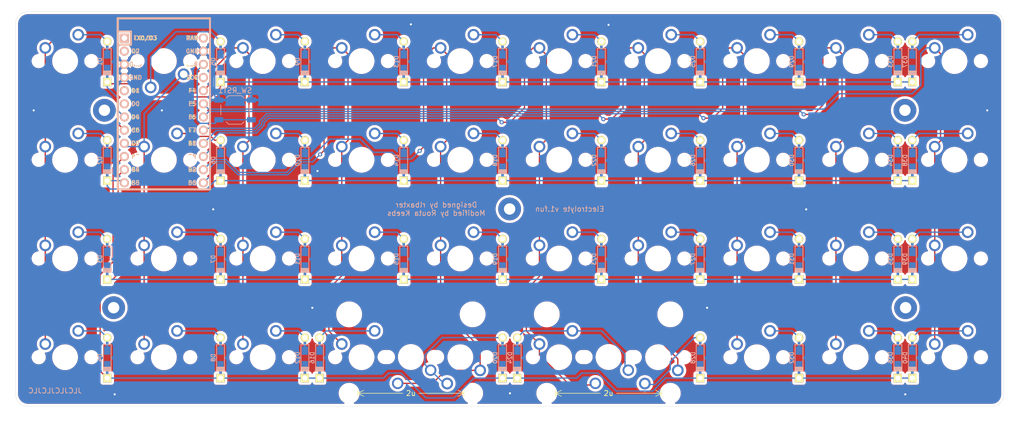
<source format=kicad_pcb>
(kicad_pcb (version 20211014) (generator pcbnew)
  (title_block (title "Electrolyte") (date "2023-02-08") (rev "v1.fun"))
  (layers (0 "F.Cu" signal) (31 "B.Cu" signal) (34 "B.Paste" user) (35 "F.Paste" user) (36 "B.SilkS" user "B.Silkscreen") (37 "F.SilkS" user "F.Silkscreen") (38 "B.Mask" user) (39 "F.Mask" user) (44 "Edge.Cuts" user))
  (net 0 "")
  (net 1 "ROW0")
  (net 2 "Net-(D1-Pad2)")
  (net 3 "ROW1")
  (net 4 "Net-(D2-Pad2)")
  (net 5 "ROW2")
  (net 6 "Net-(D3-Pad2)")
  (net 7 "ROW3")
  (net 8 "Net-(D4-Pad2)")
  (net 9 "Net-(D5-Pad2)")
  (net 10 "Net-(D6-Pad2)")
  (net 11 "Net-(D7-Pad2)")
  (net 12 "Net-(D8-Pad2)")
  (net 13 "Net-(D9-Pad2)")
  (net 14 "Net-(D10-Pad2)")
  (net 15 "Net-(D11-Pad2)")
  (net 16 "Net-(D12-Pad2)")
  (net 17 "Net-(D13-Pad2)")
  (net 18 "Net-(D14-Pad2)")
  (net 19 "Net-(D15-Pad2)")
  (net 20 "Net-(D16-Pad2)")
  (net 21 "Net-(D17-Pad2)")
  (net 22 "Net-(D18-Pad2)")
  (net 23 "Net-(D19-Pad2)")
  (net 24 "Net-(D20-Pad2)")
  (net 25 "Net-(D21-Pad2)")
  (net 26 "Net-(D22-Pad2)")
  (net 27 "Net-(D23-Pad2)")
  (net 28 "Net-(D25-Pad2)")
  (net 29 "Net-(D26-Pad2)")
  (net 30 "Net-(D27-Pad2)")
  (net 31 "Net-(D28-Pad2)")
  (net 32 "Net-(D29-Pad2)")
  (net 33 "Net-(D30-Pad2)")
  (net 34 "Net-(D31-Pad2)")
  (net 35 "Net-(D32-Pad2)")
  (net 36 "Net-(D33-Pad2)")
  (net 37 "Net-(D34-Pad2)")
  (net 38 "Net-(D35-Pad2)")
  (net 39 "Net-(D36-Pad2)")
  (net 40 "Net-(D37-Pad2)")
  (net 41 "Net-(D38-Pad2)")
  (net 42 "Net-(D39-Pad2)")
  (net 43 "Net-(D40-Pad2)")
  (net 44 "COL0")
  (net 45 "COL1")
  (net 46 "COL2")
  (net 47 "COL3")
  (net 48 "COL4")
  (net 49 "COL5")
  (net 50 "COL6")
  (net 51 "COL7")
  (net 52 "COL8")
  (net 53 "COL9")
  (net 60 "Net-(D24-Pad2)")
  (net 61 "RST")
  (net 62 "GND")
  (footprint "Keebio-Parts:Diode-Hybrid-Back" (layer "F.Cu") (at 34.06775 25.81275 -90)
    (fp_text reference "D1")
    (fp_text value "D_Small" hide)
  )
  (footprint "Keebio-Parts:Diode-Hybrid-Back" (layer "F.Cu") (at 34.06775 44.86275 -90)
    (fp_text reference "D2")
    (fp_text value "D_Small" hide)
  )
  (footprint "Keebio-Parts:Diode-Hybrid-Back" (layer "F.Cu") (at 34.06775 63.91275 -90)
    (fp_text reference "D3")
    (fp_text value "D_Small" hide)
  )
  (footprint "Keebio-Parts:Diode-Hybrid-Back" (layer "F.Cu") (at 34.06775 82.96275 -90)
    (fp_text reference "D4")
    (fp_text value "D_Small" hide)
  )
  (footprint "Keebio-Parts:Diode-Hybrid-Back" (layer "F.Cu") (at 55.91175 25.81275 -90)
    (fp_text reference "D5")
    (fp_text value "D_Small" hide)
  )
  (footprint "Keebio-Parts:Diode-Hybrid-Back" (layer "F.Cu") (at 55.91175 44.86275 -90)
    (fp_text reference "D6")
    (fp_text value "D_Small" hide)
  )
  (footprint "Keebio-Parts:Diode-Hybrid-Back" (layer "F.Cu") (at 55.91175 63.91275 -90)
    (fp_text reference "D7")
    (fp_text value "D_Small" hide)
  )
  (footprint "Keebio-Parts:Diode-Hybrid-Back" (layer "F.Cu") (at 55.91175 82.96275 -90)
    (fp_text reference "D8")
    (fp_text value "D_Small" hide)
  )
  (footprint "Keebio-Parts:Diode-Hybrid-Back" (layer "F.Cu") (at 72.16775 25.81275 -90)
    (fp_text reference "D9")
    (fp_text value "D_Small" hide)
  )
  (footprint "Keebio-Parts:Diode-Hybrid-Back" (layer "F.Cu") (at 72.16775 44.86275 -90)
    (fp_text reference "D10")
    (fp_text value "D_Small" hide)
  )
  (footprint "Keebio-Parts:Diode-Hybrid-Back" (layer "F.Cu") (at 72.16775 63.91275 -90)
    (fp_text reference "D11")
    (fp_text value "D_Small" hide)
  )
  (footprint "Keebio-Parts:Diode-Hybrid-Back" (layer "F.Cu") (at 72.16775 82.96275 -90)
    (fp_text reference "D12")
    (fp_text value "D_Small" hide)
  )
  (footprint "Keebio-Parts:Diode-Hybrid-Back" (layer "F.Cu") (at 91.21775 25.81275 -90)
    (fp_text reference "D13")
    (fp_text value "D_Small" hide)
  )
  (footprint "Keebio-Parts:Diode-Hybrid-Back" (layer "F.Cu") (at 91.21775 44.86275 -90)
    (fp_text reference "D14")
    (fp_text value "D_Small" hide)
  )
  (footprint "Keebio-Parts:Diode-Hybrid-Back" (layer "F.Cu") (at 91.21775 63.91275 -90)
    (fp_text reference "D15")
    (fp_text value "D_Small" hide)
  )
  (footprint "Keebio-Parts:Diode-Hybrid-Back" (layer "F.Cu") (at 75 82.96275 -90)
    (fp_text reference "D16")
    (fp_text value "D_Small" hide)
  )
  (footprint "Keebio-Parts:Diode-Hybrid-Back" (layer "F.Cu") (at 110.26775 25.81275 -90)
    (fp_text reference "D17")
    (fp_text value "D_Small" hide)
  )
  (footprint "Keebio-Parts:Diode-Hybrid-Back" (layer "F.Cu") (at 110.26775 44.86275 -90)
    (fp_text reference "D18")
    (fp_text value "D_Small" hide)
  )
  (footprint "Keebio-Parts:Diode-Hybrid-Back" (layer "F.Cu") (at 110.26775 63.91275 -90)
    (fp_text reference "D19")
    (fp_text value "D_Small" hide)
  )
  (footprint "Keebio-Parts:Diode-Hybrid-Back" (layer "F.Cu") (at 110.26775 82.96275 -90)
    (fp_text reference "D20")
    (fp_text value "D_Small" hide)
  )
  (footprint "Keebio-Parts:Diode-Hybrid-Back" (layer "F.Cu") (at 129.31775 25.81275 -90)
    (fp_text reference "D21")
    (fp_text value "D_Small" hide)
  )
  (footprint "Keebio-Parts:Diode-Hybrid-Back" (layer "F.Cu") (at 129.31775 44.86275 -90)
    (fp_text reference "D22")
    (fp_text value "D_Small" hide)
  )
  (footprint "Keebio-Parts:Diode-Hybrid-Back" (layer "F.Cu") (at 129.31775 63.91275 -90)
    (fp_text reference "D23")
    (fp_text value "D_Small" hide)
  )
  (footprint "Keebio-Parts:Diode-Hybrid-Back" (layer "F.Cu") (at 113.1 82.96275 -90)
    (fp_text reference "D24")
    (fp_text value "D_Small" hide)
  )
  (footprint "Keebio-Parts:Diode-Hybrid-Back" (layer "F.Cu") (at 148.36775 25.81275 -90)
    (fp_text reference "D25")
    (fp_text value "D_Small" hide)
  )
  (footprint "Keebio-Parts:Diode-Hybrid-Back" (layer "F.Cu") (at 148.36775 44.86275 -90)
    (fp_text reference "D26")
    (fp_text value "D_Small" hide)
  )
  (footprint "Keebio-Parts:Diode-Hybrid-Back" (layer "F.Cu") (at 148.36775 63.91275 -90)
    (fp_text reference "D27")
    (fp_text value "D_Small" hide)
  )
  (footprint "Keebio-Parts:Diode-Hybrid-Back" (layer "F.Cu") (at 148.36775 82.96275 -90)
    (fp_text reference "D28")
    (fp_text value "D_Small" hide)
  )
  (footprint "Keebio-Parts:Diode-Hybrid-Back" (layer "F.Cu") (at 167.41775 25.81275 -90)
    (fp_text reference "D29")
    (fp_text value "D_Small" hide)
  )
  (footprint "Keebio-Parts:Diode-Hybrid-Back" (layer "F.Cu") (at 167.41775 44.86275 -90)
    (fp_text reference "D30")
    (fp_text value "D_Small" hide)
  )
  (footprint "Keebio-Parts:Diode-Hybrid-Back" (layer "F.Cu") (at 167.41775 63.91275 -90)
    (fp_text reference "D31")
    (fp_text value "D_Small" hide)
  )
  (footprint "Keebio-Parts:Diode-Hybrid-Back" (layer "F.Cu") (at 167.41775 82.96275 -90)
    (fp_text reference "D32")
    (fp_text value "D_Small" hide)
  )
  (footprint "Keebio-Parts:Diode-Hybrid-Back" (layer "F.Cu") (at 186.46775 25.81275 -90)
    (fp_text reference "D33")
    (fp_text value "D_Small" hide)
  )
  (footprint "Keebio-Parts:Diode-Hybrid-Back" (layer "F.Cu") (at 186.46775 44.86275 -90)
    (fp_text reference "D34")
    (fp_text value "D_Small" hide)
  )
  (footprint "Keebio-Parts:Diode-Hybrid-Back" (layer "F.Cu") (at 186.46775 63.91275 -90)
    (fp_text reference "D35")
    (fp_text value "D_Small" hide)
  )
  (footprint "Keebio-Parts:Diode-Hybrid-Back" (layer "F.Cu") (at 186.46775 82.96275 -90)
    (fp_text reference "D36")
    (fp_text value "D_Small" hide)
  )
  (footprint "Keebio-Parts:Diode-Hybrid-Back" (layer "F.Cu") (at 189.26175 25.81275 -90)
    (fp_text reference "D37")
    (fp_text value "D_Small" hide)
  )
  (footprint "Keebio-Parts:Diode-Hybrid-Back" (layer "F.Cu") (at 189.26175 44.86275 -90)
    (fp_text reference "D38")
    (fp_text value "D_Small" hide)
  )
  (footprint "Keebio-Parts:Diode-Hybrid-Back" (layer "F.Cu") (at 189.26175 63.91275 -90)
    (fp_text reference "D39")
    (fp_text value "D_Small" hide)
  )
  (footprint "Keebio-Parts:Diode-Hybrid-Back" (layer "F.Cu") (at 189.26175 82.96275 -90)
    (fp_text reference "D40")
    (fp_text value "D_Small" hide)
  )
  (footprint "MX_Only:MXOnly-1U-NoLED" (layer "F.Cu") (at 25.93975 25.68575)
    (fp_text reference "MX1")
    (fp_text value "MX-NoLED")
  )
  (footprint "MX_Only:MXOnly-1U-NoLED" (layer "F.Cu") (at 25.93975 44.73575)
    (fp_text reference "MX2")
    (fp_text value "MX-NoLED")
  )
  (footprint "MX_Only:MXOnly-1U-NoLED" (layer "F.Cu") (at 25.93975 63.78575)
    (fp_text reference "MX3")
    (fp_text value "MX-NoLED")
  )
  (footprint "MX_Only:MXOnly-1U-NoLED" (layer "F.Cu") (at 25.93975 82.83575)
    (fp_text reference "MX4")
    (fp_text value "MX-NoLED")
  )
  (footprint "MX_Only:MXOnly-1U-NoLED" (layer "F.Cu") (at 44.98975 25.68575 180)
    (fp_text reference "MX5")
    (fp_text value "MX-NoLED")
  )
  (footprint "MX_Only:MXOnly-1U-NoLED" (layer "F.Cu") (at 44.98975 44.73575)
    (fp_text reference "MX6")
    (fp_text value "MX-NoLED")
  )
  (footprint "MX_Only:MXOnly-1U-NoLED" (layer "F.Cu") (at 44.98975 63.78575)
    (fp_text reference "MX7")
    (fp_text value "MX-NoLED")
  )
  (footprint "MX_Only:MXOnly-1U-NoLED" (layer "F.Cu") (at 44.98975 82.83575)
    (fp_text reference "MX8")
    (fp_text value "MX-NoLED")
  )
  (footprint "MX_Only:MXOnly-1U-NoLED" (layer "F.Cu") (at 64.03975 25.68575)
    (fp_text reference "MX9")
    (fp_text value "MX-NoLED")
  )
  (footprint "MX_Only:MXOnly-1U-NoLED" (layer "F.Cu") (at 64.03975 44.73575)
    (fp_text reference "MX10")
    (fp_text value "MX-NoLED")
  )
  (footprint "MX_Only:MXOnly-1U-NoLED" (layer "F.Cu") (at 64.03975 63.78575)
    (fp_text reference "MX11")
    (fp_text value "MX-NoLED")
  )
  (footprint "MX_Only:MXOnly-1U-NoLED" (layer "F.Cu") (at 64.03975 82.83575)
    (fp_text reference "MX12")
    (fp_text value "MX-NoLED")
  )
  (footprint "MX_Only:MXOnly-1U-NoLED" (layer "F.Cu") (at 83.08975 25.68575)
    (fp_text reference "MX13")
    (fp_text value "MX-NoLED")
  )
  (footprint "MX_Only:MXOnly-1U-NoLED" (layer "F.Cu") (at 83.08975 44.73575)
    (fp_text reference "MX14")
    (fp_text value "MX-NoLED")
  )
  (footprint "MX_Only:MXOnly-1U-NoLED" (layer "F.Cu") (at 83.08975 63.78575)
    (fp_text reference "MX15")
    (fp_text value "MX-NoLED")
  )
  (footprint "MX_Only:MXOnly-1U-NoLED" (layer "F.Cu") (at 83.08975 82.83575)
    (fp_text reference "MX16")
    (fp_text value "MX-NoLED")
  )
  (footprint "MX_Only:MXOnly-1U-NoLED" (layer "F.Cu") (at 102.13975 25.68575)
    (fp_text reference "MX17")
    (fp_text value "MX-NoLED")
  )
  (footprint "MX_Only:MXOnly-1U-NoLED" (layer "F.Cu") (at 102.13975 44.73575)
    (fp_text reference "MX18")
    (fp_text value "MX-NoLED")
  )
  (footprint "MX_Only:MXOnly-1U-NoLED" (layer "F.Cu") (at 102.13975 63.78575)
    (fp_text reference "MX19")
    (fp_text value "MX-NoLED")
  )
  (footprint "MX_Only:MXOnly-1U-NoLED" (layer "F.Cu") (at 102.13975 82.83575 180)
    (fp_text reference "MX20")
    (fp_text value "MX-NoLED")
  )
  (footprint "MX_Only:MXOnly-1U-NoLED" (layer "F.Cu") (at 121.18975 25.68575)
    (fp_text reference "MX21")
    (fp_text value "MX-NoLED")
  )
  (footprint "MX_Only:MXOnly-1U-NoLED" (layer "F.Cu") (at 121.18975 44.73575)
    (fp_text reference "MX22")
    (fp_text value "MX-NoLED")
  )
  (footprint "MX_Only:MXOnly-1U-NoLED" (layer "F.Cu") (at 121.18975 63.78575)
    (fp_text reference "MX23")
    (fp_text value "MX-NoLED")
  )
  (footprint "MX_Only:MXOnly-1U-NoLED" (layer "F.Cu") (at 121.18975 82.83575)
    (fp_text reference "MX24")
    (fp_text value "MX-NoLED")
  )
  (footprint "MX_Only:MXOnly-1U-NoLED" (layer "F.Cu") (at 140.23975 25.68575)
    (fp_text reference "MX25")
    (fp_text value "MX-NoLED")
  )
  (footprint "MX_Only:MXOnly-1U-NoLED" (layer "F.Cu") (at 140.23975 44.73575)
    (fp_text reference "MX26")
    (fp_text value "MX-NoLED")
  )
  (footprint "MX_Only:MXOnly-1U-NoLED" (layer "F.Cu") (at 140.23975 63.78575)
    (fp_text reference "MX27")
    (fp_text value "MX-NoLED")
  )
  (footprint "MX_Only:MXOnly-1U-NoLED" (layer "F.Cu") (at 140.23975 82.83575 180)
    (fp_text reference "MX28")
    (fp_text value "MX-NoLED")
  )
  (footprint "MX_Only:MXOnly-1U-NoLED" (layer "F.Cu") (at 159.28975 25.68575)
    (fp_text reference "MX29")
    (fp_text value "MX-NoLED")
  )
  (footprint "MX_Only:MXOnly-1U-NoLED" (layer "F.Cu") (at 159.28975 44.73575)
    (fp_text reference "MX30")
    (fp_text value "MX-NoLED")
  )
  (footprint "MX_Only:MXOnly-1U-NoLED" (layer "F.Cu") (at 159.28975 63.78575)
    (fp_text reference "MX31")
    (fp_text value "MX-NoLED")
  )
  (footprint "MX_Only:MXOnly-1U-NoLED" (layer "F.Cu") (at 159.28975 82.83575)
    (fp_text reference "MX32")
    (fp_text value "MX-NoLED")
  )
  (footprint "MX_Only:MXOnly-1U-NoLED" (layer "F.Cu") (at 178.33975 25.68575)
    (fp_text reference "MX33")
    (fp_text value "MX-NoLED")
  )
  (footprint "MX_Only:MXOnly-1U-NoLED" (layer "F.Cu") (at 178.33975 44.73575)
    (fp_text reference "MX34")
    (fp_text value "MX-NoLED")
  )
  (footprint "MX_Only:MXOnly-1U-NoLED" (layer "F.Cu") (at 178.33975 63.78575)
    (fp_text reference "MX35")
    (fp_text value "MX-NoLED")
  )
  (footprint "MX_Only:MXOnly-1U-NoLED" (layer "F.Cu") (at 178.33975 82.83575)
    (fp_text reference "MX36")
    (fp_text value "MX-NoLED")
  )
  (footprint "MX_Only:MXOnly-1U-NoLED" (layer "F.Cu") (at 197.38975 25.68575)
    (fp_text reference "MX37")
    (fp_text value "MX-NoLED")
  )
  (footprint "MX_Only:MXOnly-1U-NoLED" (layer "F.Cu") (at 197.38975 44.73575)
    (fp_text reference "MX38")
    (fp_text value "MX-NoLED")
  )
  (footprint "MX_Only:MXOnly-1U-NoLED" (layer "F.Cu") (at 197.38975 63.78575)
    (fp_text reference "MX39")
    (fp_text value "MX-NoLED")
  )
  (footprint "MX_Only:MXOnly-1U-NoLED" (layer "F.Cu") (at 197.38975 82.83575)
    (fp_text reference "MX40")
    (fp_text value "MX-NoLED")
  )
  (footprint "Keebio-Parts:ArduinoProMicro" (layer "F.Cu") (at 44.98975 35.21075 -90)
    (fp_text reference "U1" hide)
    (fp_text value "ProMicro" hide)
  )
  (footprint "MountingHole:MountingHole_2.2mm_M2_Pad" (layer "F.Cu") (at 33.528 35.179)
    (fp_text reference "x_x" hide)
    (fp_text value "MountingHole_2.2mm_M2_Pad")
  )
  (footprint "MountingHole:MountingHole_2.2mm_M2_Pad" (layer "F.Cu") (at 35.306 73.279)
    (fp_text reference "REF**" hide)
    (fp_text value "MountingHole_2.2mm_M2_Pad")
  )
  (footprint "MountingHole:MountingHole_2.2mm_M2_Pad" (layer "F.Cu") (at 187.96 73.279)
    (fp_text reference "REF**" hide)
    (fp_text value "MountingHole_2.2mm_M2_Pad")
  )
  (footprint "MountingHole:MountingHole_2.2mm_M2_Pad" (layer "F.Cu") (at 111.633 54.229)
    (fp_text reference "REF**" hide)
    (fp_text value "MountingHole_2.2mm_M2_Pad")
  )
  (footprint "MountingHole:MountingHole_2.2mm_M2_Pad" (layer "F.Cu") (at 187.833 35.179)
    (fp_text reference "REF**" hide)
    (fp_text value "MountingHole_2.2mm_M2_Pad")
  )
  (footprint "Button_Switch_Keyboard:SW_Cherry_MX_2.00u_PCB" (layer "F.Cu") (at 90.06 87.88 180)
    (fp_text reference "MX16_2" hide)
    (fp_text value "MX-NoLED")
  )
  (footprint "Button_Switch_Keyboard:SW_Cherry_MX_2.00u_PCB" (layer "F.Cu") (at 128.16 87.88 180)
    (fp_text reference "MX28_2" hide)
    (fp_text value "MX-NoLED")
  )
  (footprint "Button_Switch_SMD:SW_SPST_TL3342" (layer "B.Cu") (at 58.715 35.111 180)
    (fp_text reference "SW_RST1")
    (fp_text value "SW_Push")
  )
  (gr_line (start 16.383 18.542) (end 16.383 89.916) (layer "Edge.Cuts") (width 0.05))
  (gr_line (start 18.796 92.329) (end 204.597 92.329) (layer "Edge.Cuts") (width 0.05))
  (gr_line (start 206.883 90.043) (end 206.883 18.415) (layer "Edge.Cuts") (width 0.05))
  (gr_line (start 204.597 16.129) (end 18.796 16.129) (layer "Edge.Cuts") (width 0.05))
  (gr_arc (start 16.383 18.542) (mid 17.089751 16.835751) (end 18.796 16.129) (layer "Edge.Cuts") (width 0.05))
  (gr_arc (start 204.597 16.129) (mid 206.213446 16.798554) (end 206.883 18.415) (layer "Edge.Cuts") (width 0.05))
  (gr_arc (start 206.883 90.043) (mid 206.213446 91.659446) (end 204.597 92.329) (layer "Edge.Cuts") (width 0.05))
  (gr_arc (start 18.796 92.329) (mid 17.089751 91.622249) (end 16.383 89.916) (layer "Edge.Cuts") (width 0.05))
  (gr_text "Designed by rlbaxter\nModified by Routa Keebs" (at 97.5 54.229) (layer "B.SilkS") (effects (font (size 1 1)) (justify mirror)))
  (gr_text "JLCJLCJLCJLC" (at 24 89.3) (layer "B.SilkS") (effects (font (size 1 1)) (justify mirror)))
  (gr_text "Electrolyte v1.fun" (at 123.2 54.229) (layer "B.SilkS") (effects (font (size 1 1)) (justify mirror)))
  (dimension (type aligned) (layer "F.SilkS") (pts (xy 82.4 90.9) (xy 102.8 90.9)) (height -1.1) (gr_text "2u" (at 92.6 89.8) (layer "F.SilkS") (effects (font (size 1 1) (thickness 0.15)))) (format (units 3) (units_format 0) (precision 4) (override_value "2u")) (style (thickness 0.12) (arrow_length 1.27) (text_position_mode 1) (extension_height 0.58642) (extension_offset 0.5) keep_text_aligned))
  (dimension (type aligned) (layer "F.SilkS") (pts (xy 120.5 90.9) (xy 140.9 90.9)) (height -1.1) (gr_text "2u" (at 130.7 89.8) (layer "F.SilkS") (effects (font (size 1 1) (thickness 0.15)))) (format (units 3) (units_format 0) (precision 4) (override_value "2u")) (style (thickness 0.12) (arrow_length 1.27) (text_position_mode 1) (extension_height 0.58642) (extension_offset 0.5) keep_text_aligned))
  (segment (start 55.91175 30.76275) (end 55.91175 29.71275) (width 0.25) (layer "F.Cu") (net 1))
  (segment (start 54.072939 32.601561) (end 55.91175 30.76275) (width 0.25) (layer "F.Cu") (net 1))
  (segment (start 38.761561 30.061561) (end 41.301561 32.601561) (width 0.25) (layer "F.Cu") (net 1))
  (segment (start 41.301561 32.601561) (end 54.072939 32.601561) (width 0.25) (layer "F.Cu") (net 1))
  (segment (start 34.06775 29.71275) (end 34.416561 30.061561) (width 0.25) (layer "F.Cu") (net 1))
  (segment (start 34.416561 30.061561) (end 38.761561 30.061561) (width 0.25) (layer "F.Cu") (net 1))
  (segment (start 55.91175 29.71275) (end 56.96175 29.71275) (width 0.25) (layer "B.Cu") (net 1))
  (segment (start 34.06775 29.71275) (end 34.06775 30.76275) (width 0.25) (layer "B.Cu") (net 1))
  (segment (start 36.168449 35.279449) (end 36.493451 35.604451) (width 0.25) (layer "B.Cu") (net 1))
  (segment (start 36.493451 35.604451) (end 37.36975 36.48075) (width 0.25) (layer "B.Cu") (net 1))
  (segment (start 56.96175 29.71275) (end 189.26175 29.71275) (width 0.25) (layer "B.Cu") (net 1))
  (segment (start 34.06775 30.76275) (end 36.168449 32.863449) (width 0.25) (layer "B.Cu") (net 1))
  (segment (start 36.168449 32.863449) (end 36.168449 35.279449) (width 0.25) (layer "B.Cu") (net 1))
  (segment (start 32.76075 20.60575) (end 33.267751 21.112751) (width 0.25) (layer "B.Cu") (net 2))
  (segment (start 28.47975 20.60575) (end 32.76075 20.60575) (width 0.25) (layer "B.Cu") (net 2))
  (segment (start 33.267751 21.112751) (end 34.06775 21.91275) (width 0.25) (layer "B.Cu") (net 2))
  (segment (start 36.95175 48.76275) (end 37.36975 49.18075) (width 0.25) (layer "B.Cu") (net 3))
  (segment (start 110.26775 48.76275) (end 129.31775 48.76275) (width 0.25) (layer "B.Cu") (net 3))
  (segment (start 91.21775 48.76275) (end 110.26775 48.76275) (width 0.25) (layer "B.Cu") (net 3))
  (segment (start 53.242449 50.382051) (end 54.86175 48.76275) (width 0.25) (layer "B.Cu") (net 3))
  (segment (start 34.06775 48.76275) (end 36.95175 48.76275) (width 0.25) (layer "B.Cu") (net 3))
  (segment (start 34.637051 50.382051) (end 53.242449 50.382051) (width 0.25) (layer "B.Cu") (net 3))
  (segment (start 34.06775 48.76275) (end 34.06775 49.81275) (width 0.25) (layer "B.Cu") (net 3))
  (segment (start 129.31775 48.76275) (end 189.26175 48.76275) (width 0.25) (layer "B.Cu") (net 3))
  (segment (start 55.91175 48.76275) (end 72.16775 48.76275) (width 0.25) (layer "B.Cu") (net 3))
  (segment (start 34.06775 49.81275) (end 34.637051 50.382051) (width 0.25) (layer "B.Cu") (net 3))
  (segment (start 54.86175 48.76275) (end 55.91175 48.76275) (width 0.25) (layer "B.Cu") (net 3))
  (segment (start 72.16775 48.76275) (end 91.21775 48.76275) (width 0.25) (layer "B.Cu") (net 3))
  (segment (start 32.76075 39.65575) (end 34.06775 40.96275) (width 0.25) (layer "B.Cu") (net 4))
  (segment (start 28.47975 39.65575) (end 32.76075 39.65575) (width 0.25) (layer "B.Cu") (net 4))
  (segment (start 35.11775 67.81275) (end 36.168449 66.762051) (width 0.25) (layer "F.Cu") (net 5))
  (segment (start 34.06775 67.81275) (end 35.11775 67.81275) (width 0.25) (layer "F.Cu") (net 5))
  (segment (start 36.168449 66.762051) (end 36.168449 47.842051) (width 0.25) (layer "F.Cu") (net 5))
  (segment (start 36.493451 47.517049) (end 37.36975 46.64075) (width 0.25) (layer "F.Cu") (net 5))
  (segment (start 36.168449 47.842051) (end 36.493451 47.517049) (width 0.25) (layer "F.Cu") (net 5))
  (segment (start 34.06775 67.81275) (end 189.26175 67.81275) (width 0.25) (layer "B.Cu") (net 5))
  (segment (start 32.76075 58.70575) (end 34.06775 60.01275) (width 0.25) (layer "B.Cu") (net 6))
  (segment (start 28.47975 58.70575) (end 32.76075 58.70575) (width 0.25) (layer "B.Cu") (net 6))
  (segment (start 35.192261 46.278239) (end 35.192261 64.439217) (width 0.25) (layer "F.Cu") (net 7))
  (segment (start 32.7 85.495) (end 34.06775 86.86275) (width 0.25) (layer "F.Cu") (net 7))
  (segment (start 35.192261 64.439217) (end 32.7 66.931478) (width 0.25) (layer "F.Cu") (net 7))
  (segment (start 32.7 66.931478) (end 32.7 85.495) (width 0.25) (layer "F.Cu") (net 7))
  (segment (start 37.36975 44.10075) (end 35.192261 46.278239) (width 0.25) (layer "F.Cu") (net 7))
  (segment (start 124.56275 86.86275) (end 125.5255 85.9) (width 0.25) (layer "B.Cu") (net 7))
  (segment (start 90.7 85.9) (end 95.5 90.7) (width 0.25) (layer "B.Cu") (net 7))
  (segment (start 110.26775 86.86275) (end 113.1 86.86275) (width 0.25) (layer "B.Cu") (net 7))
  (segment (start 75 86.86275) (end 87.33725 86.86275) (width 0.25) (layer "B.Cu") (net 7))
  (segment (start 128.7 85.9) (end 132.165261 89.365261) (width 0.25) (layer "B.Cu") (net 7))
  (segment (start 34.06775 86.86275) (end 35.11775 86.86275) (width 0.25) (layer "B.Cu") (net 7))
  (segment (start 100.913672 90.7) (end 104.750921 86.86275) (width 0.25) (layer "B.Cu") (net 7))
  (segment (start 125.5255 85.9) (end 128.7 85.9) (width 0.25) (layer "B.Cu") (net 7))
  (segment (start 113.1 86.86275) (end 124.56275 86.86275) (width 0.25) (layer "B.Cu") (net 7))
  (segment (start 87.33725 86.86275) (end 88.3 85.9) (width 0.25) (layer "B.Cu") (net 7))
  (segment (start 95.5 90.7) (end 100.913672 90.7) (width 0.25) (layer "B.Cu") (net 7))
  (segment (start 139.234739 89.365261) (end 141.73725 86.86275) (width 0.25) (layer "B.Cu") (net 7))
  (segment (start 141.73725 86.86275) (end 148.36775 86.86275) (width 0.25) (layer "B.Cu") (net 7))
  (segment (start 72.16775 86.86275) (end 75 86.86275) (width 0.25) (layer "B.Cu") (net 7))
  (segment (start 132.165261 89.365261) (end 139.234739 89.365261) (width 0.25) (layer "B.Cu") (net 7))
  (segment (start 35.11775 86.86275) (end 55.91175 86.86275) (width 0.25) (layer "B.Cu") (net 7))
  (segment (start 56.96175 86.86275) (end 72.16775 86.86275) (width 0.25) (layer "B.Cu") (net 7))
  (segment (start 55.91175 86.86275) (end 56.96175 86.86275) (width 0.25) (layer "B.Cu") (net 7))
  (segment (start 148.36775 86.86275) (end 189.26175 86.86275) (width 0.25) (layer "B.Cu") (net 7))
  (segment (start 88.3 85.9) (end 90.7 85.9) (width 0.25) (layer "B.Cu") (net 7))
  (segment (start 104.750921 86.86275) (end 110.26775 86.86275) (width 0.25) (layer "B.Cu") (net 7))
  (segment (start 32.76075 77.75575) (end 34.06775 79.06275) (width 0.25) (layer "B.Cu") (net 8))
  (segment (start 28.47975 77.75575) (end 32.76075 77.75575) (width 0.25) (layer "B.Cu") (net 8))
  (segment (start 47.286107 20.039939) (end 54.038939 20.039939) (width 0.25) (layer "B.Cu") (net 9))
  (segment (start 42.44975 24.876296) (end 47.286107 20.039939) (width 0.25) (layer "B.Cu") (net 9))
  (segment (start 54.038939 20.039939) (end 55.91175 21.91275) (width 0.25) (layer "B.Cu") (net 9))
  (segment (start 42.44975 30.76575) (end 42.44975 24.876296) (width 0.25) (layer "B.Cu") (net 9))
  (segment (start 54.039681 40.222051) (end 49.687041 40.222051) (width 0.25) (layer "F.Cu") (net 10))
  (segment (start 49.687041 40.222051) (end 49.12074 39.65575) (width 0.25) (layer "F.Cu") (net 10))
  (segment (start 49.12074 39.65575) (end 47.52975 39.65575) (width 0.25) (layer "F.Cu") (net 10))
  (segment (start 54.78038 40.96275) (end 54.039681 40.222051) (width 0.25) (layer "F.Cu") (net 10))
  (segment (start 55.91175 40.96275) (end 54.78038 40.96275) (width 0.25) (layer "F.Cu") (net 10))
  (segment (start 47.52975 58.70575) (end 54.60475 58.70575) (width 0.25) (layer "B.Cu") (net 11))
  (segment (start 54.60475 58.70575) (end 55.91175 60.01275) (width 0.25) (layer "B.Cu") (net 11))
  (segment (start 47.52975 77.75575) (end 54.60475 77.75575) (width 0.25) (layer "B.Cu") (net 12))
  (segment (start 54.60475 77.75575) (end 55.91175 79.06275) (width 0.25) (layer "B.Cu") (net 12))
  (segment (start 70.86075 20.60575) (end 72.16775 21.91275) (width 0.25) (layer "B.Cu") (net 13))
  (segment (start 66.57975 20.60575) (end 70.86075 20.60575) (width 0.25) (layer "B.Cu") (net 13))
  (segment (start 70.86075 39.65575) (end 72.16775 40.96275) (width 0.25) (layer "B.Cu") (net 14))
  (segment (start 66.57975 39.65575) (end 70.86075 39.65575) (width 0.25) (layer "B.Cu") (net 14))
  (segment (start 66.57975 58.70575) (end 70.86075 58.70575) (width 0.25) (layer "B.Cu") (net 15))
  (segment (start 70.86075 58.70575) (end 72.16775 60.01275) (width 0.25) (layer "B.Cu") (net 15))
  (segment (start 70.86075 77.75575) (end 72.16775 79.06275) (width 0.25) (layer "B.Cu") (net 16))
  (segment (start 66.57975 77.75575) (end 70.86075 77.75575) (width 0.25) (layer "B.Cu") (net 16))
  (segment (start 85.62975 20.60575) (end 89.91075 20.60575) (width 0.25) (layer "B.Cu") (net 17))
  (segment (start 89.91075 20.60575) (end 91.21775 21.91275) (width 0.25) (layer "B.Cu") (net 17))
  (segment (start 89.91075 39.65575) (end 91.21775 40.96275) (width 0.25) (layer "B.Cu") (net 18))
  (segment (start 85.62975 39.65575) (end 89.91075 39.65575) (width 0.25) (layer "B.Cu") (net 18))
  (segment (start 89.91075 58.70575) (end 91.21775 60.01275) (width 0.25) (layer "B.Cu") (net 19))
  (segment (start 85.62975 58.70575) (end 89.91075 58.70575) (width 0.25) (layer "B.Cu") (net 19))
  (segment (start 85.62975 77.75575) (end 76.307 77.75575) (width 0.25) (layer "B.Cu") (net 20))
  (segment (start 76.307 77.75575) (end 75 79.06275) (width 0.25) (layer "B.Cu") (net 20))
  (segment (start 108.96075 20.60575) (end 110.26775 21.91275) (width 0.25) (layer "B.Cu") (net 21))
  (segment (start 104.67975 20.60575) (end 108.96075 20.60575) (width 0.25) (layer "B.Cu") (net 21))
  (segment (start 108.96075 39.65575) (end 110.26775 40.96275) (width 0.25) (layer "B.Cu") (net 22))
  (segment (start 104.67975 39.65575) (end 108.96075 39.65575) (width 0.25) (layer "B.Cu") (net 22))
  (segment (start 108.96075 58.70575) (end 110.26775 60.01275) (width 0.25) (layer "B.Cu") (net 23))
  (segment (start 104.67975 58.70575) (end 108.96075 58.70575) (width 0.25) (layer "B.Cu") (net 23))
  (segment (start 95.310001 84.240001) (end 96.41 85.34) (width 0.25) (layer "B.Cu") (net 24))
  (segment (start 98.63725 79.06275) (end 95.310001 82.389999) (width 0.25) (layer "B.Cu") (net 24))
  (segment (start 98.98575 87.91575) (end 99.59975 87.91575) (width 0.25) (layer "B.Cu") (net 24))
  (segment (start 110.26775 79.06275) (end 98.63725 79.06275) (width 0.25) (layer "B.Cu") (net 24))
  (segment (start 95.310001 82.389999) (end 95.310001 84.240001) (width 0.25) (layer "B.Cu") (net 24))
  (segment (start 96.41 85.34) (end 98.98575 87.91575) (width 0.25) (layer "B.Cu") (net 24))
  (segment (start 123.72975 20.60575) (end 128.01075 20.60575) (width 0.25) (layer "B.Cu") (net 25))
  (segment (start 128.01075 20.60575) (end 129.31775 21.91275) (width 0.25) (layer "B.Cu") (net 25))
  (segment (start 123.72975 39.65575) (end 128.01075 39.65575) (width 0.25) (layer "B.Cu") (net 26))
  (segment (start 128.01075 39.65575) (end 129.31775 40.96275) (width 0.25) (layer "B.Cu") (net 26))
  (segment (start 128.01075 58.70575) (end 129.31775 60.01275) (width 0.25) (layer "B.Cu") (net 27))
  (segment (start 123.72975 58.70575) (end 128.01075 58.70575) (width 0.25) (layer "B.Cu") (net 27))
  (segment (start 147.06075 20.60575) (end 148.36775 21.91275) (width 0.25) (layer "B.Cu") (net 28))
  (segment (start 142.77975 20.60575) (end 147.06075 20.60575) (width 0.25) (layer "B.Cu") (net 28))
  (segment (start 147.06075 39.65575) (end 148.36775 40.96275) (width 0.25) (layer "B.Cu") (net 29))
  (segment (start 142.77975 39.65575) (end 147.06075 39.65575) (width 0.25) (layer "B.Cu") (net 29))
  (segment (start 147.06075 58.70575) (end 148.36775 60.01275) (width 0.25) (layer "B.Cu") (net 30))
  (segment (start 142.77975 58.70575) (end 147.06075 58.70575) (width 0.25) (layer "B.Cu") (net 30))
  (segment (start 142.608171 83.690959) (end 142.608171 85.191829) (width 0.25) (layer "B.Cu") (net 31))
  (segment (start 137.884 88.1) (end 137.69975 87.91575) (width 0.25) (layer "B.Cu") (net 31))
  (segment (start 148.36775 79.06275) (end 147.23638 79.06275) (width 0.25) (layer "B.Cu") (net 31))
  (segment (start 147.23638 79.06275) (end 142.608171 83.690959) (width 0.25) (layer "B.Cu") (net 31))
  (segment (start 139.7 88.1) (end 137.884 88.1) (width 0.25) (layer "B.Cu") (net 31))
  (segment (start 142.608171 85.191829) (end 139.7 88.1) (width 0.25) (layer "B.Cu") (net 31))
  (segment (start 161.82975 20.60575) (end 166.11075 20.60575) (width 0.25) (layer "B.Cu") (net 32))
  (segment (start 166.11075 20.60575) (end 167.41775 21.91275) (width 0.25) (layer "B.Cu") (net 32))
  (segment (start 166.11075 39.65575) (end 167.41775 40.96275) (width 0.25) (layer "B.Cu") (net 33))
  (segment (start 161.82975 39.65575) (end 166.11075 39.65575) (width 0.25) (layer "B.Cu") (net 33))
  (segment (start 161.82975 58.70575) (end 166.11075 58.70575) (width 0.25) (layer "B.Cu") (net 34))
  (segment (start 166.11075 58.70575) (end 167.41775 60.01275) (width 0.25) (layer "B.Cu") (net 34))
  (segment (start 166.11075 77.75575) (end 166.617751 78.262751) (width 0.25) (layer "B.Cu") (net 35))
  (segment (start 166.617751 78.262751) (end 167.41775 79.06275) (width 0.25) (layer "B.Cu") (net 35))
  (segment (start 161.82975 77.75575) (end 166.11075 77.75575) (width 0.25) (layer "B.Cu") (net 35))
  (segment (start 185.16075 20.60575) (end 186.46775 21.91275) (width 0.25) (layer "B.Cu") (net 36))
  (segment (start 180.87975 20.60575) (end 185.16075 20.60575) (width 0.25) (layer "B.Cu") (net 36))
  (segment (start 185.16075 39.65575) (end 186.46775 40.96275) (width 0.25) (layer "B.Cu") (net 37))
  (segment (start 180.87975 39.65575) (end 185.16075 39.65575) (width 0.25) (layer "B.Cu") (net 37))
  (segment (start 185.16075 58.70575) (end 186.46775 60.01275) (width 0.25) (layer "B.Cu") (net 38))
  (segment (start 180.87975 58.70575) (end 185.16075 58.70575) (width 0.25) (layer "B.Cu") (net 38))
  (segment (start 180.87975 77.75575) (end 185.16075 77.75575) (width 0.25) (layer "B.Cu") (net 39))
  (segment (start 185.16075 77.75575) (end 186.46775 79.06275) (width 0.25) (layer "B.Cu") (net 39))
  (segment (start 190.56875 20.60575) (end 189.26175 21.91275) (width 0.25) (layer "B.Cu") (net 40))
  (segment (start 199.92975 20.60575) (end 190.56875 20.60575) (width 0.25) (layer "B.Cu") (net 40))
  (segment (start 199.92975 39.65575) (end 190.56875 39.65575) (width 0.25) (layer "B.Cu") (net 41))
  (segment (start 190.56875 39.65575) (end 189.26175 40.96275) (width 0.25) (layer "B.Cu") (net 41))
  (segment (start 199.92975 58.70575) (end 190.56875 58.70575) (width 0.25) (layer "B.Cu") (net 42))
  (segment (start 190.56875 58.70575) (end 189.26175 60.01275) (width 0.25) (layer "B.Cu") (net 42))
  (segment (start 190.56875 77.75575) (end 189.26175 79.06275) (width 0.25) (layer "B.Cu") (net 43))
  (segment (start 199.92975 77.75575) (end 190.56875 77.75575) (width 0.25) (layer "B.Cu") (net 43))
  (segment (start 29 24.2) (end 29 34.6) (width 0.25) (layer "F.Cu") (net 44))
  (segment (start 36.49345 38.14445) (end 32.54445 38.14445) (width 0.25) (layer "F.Cu") (net 44))
  (segment (start 29 34.6) (end 32.54445 38.14445) (width 0.25) (layer "F.Cu") (net 44))
  (segment (start 23.4755 21.8) (end 26.6 21.8) (width 0.25) (layer "F.Cu") (net 44))
  (segment (start 22.12975 23.14575) (end 22.12975 64.291752) (width 0.25) (layer "F.Cu") (net 44))
  (segment (start 37.36975 39.02075) (end 36.49345 38.14445) (width 0.25) (layer "F.Cu") (net 44))
  (segment (start 22.12975 64.291752) (end 22.12975 80.29575) (width 0.25) (layer "F.Cu") (net 44))
  (segment (start 22.12975 23.14575) (end 23.4755 21.8) (width 0.25) (layer "F.Cu") (net 44))
  (segment (start 26.6 21.8) (end 29 24.2) (width 0.25) (layer "F.Cu") (net 44))
  (segment (start 41.17975 42.19575) (end 41.17975 61.24575) (width 0.25) (layer "F.Cu") (net 45))
  (segment (start 41.17975 61.24575) (end 41.17975 80.29575) (width 0.25) (layer "F.Cu") (net 45))
  (segment (start 41.17975 35.84575) (end 48.79975 28.22575) (width 0.25) (layer "B.Cu") (net 45))
  (segment (start 41.17975 42.19575) (end 38.00475 42.19575) (width 0.25) (layer "B.Cu") (net 45))
  (segment (start 41.17975 42.19575) (end 41.17975 35.84575) (width 0.25) (layer "B.Cu") (net 45))
  (segment (start 38.00475 42.19575) (end 37.36975 41.56075) (width 0.25) (layer "B.Cu") (net 45))
  (segment (start 61.4 24.316) (end 61.4 41.0255) (width 0.25) (layer "F.Cu") (net 46))
  (segment (start 58.63876 23.14575) (end 53.810561 27.973949) (width 0.25) (layer "F.Cu") (net 46))
  (segment (start 53.810561 27.973949) (end 53.810561 30.199939) (width 0.25) (layer "F.Cu") (net 46))
  (segment (start 60.22975 61.24575) (end 60.22975 80.29575) (width 0.25) (layer "F.Cu") (net 46))
  (segment (start 60.22975 23.14575) (end 61.4 24.316) (width 0.25) (layer "F.Cu") (net 46))
  (segment (start 60.22975 42.19575) (end 60.22975 61.24575) (width 0.25) (layer "F.Cu") (net 46))
  (segment (start 61.4 41.0255) (end 60.22975 42.19575) (width 0.25) (layer "F.Cu") (net 46))
  (segment (start 53.810561 30.199939) (end 52.60975 31.40075) (width 0.25) (layer "F.Cu") (net 46))
  (segment (start 60.22975 23.14575) (end 58.63876 23.14575) (width 0.25) (layer "F.Cu") (net 46))
  (segment (start 79.27975 23.14575) (end 80.48775 24.35375) (width 0.25) (layer "F.Cu") (net 47))
  (segment (start 80.48775 40.98775) (end 79.27975 42.19575) (width 0.25) (layer "F.Cu") (net 47))
  (segment (start 77.68876 23.14575) (end 75.867255 24.967255) (width 0.25) (layer "F.Cu") (net 47))
  (segment (start 75.1 43.7) (end 75.867255 42.932745) (width 0.25) (layer "F.Cu") (net 47))
  (segment (start 79.27975 61.24575) (end 79.27975 67.12025) (width 0.25) (layer "F.Cu") (net 47))
  (segment (start 75.867255 42.932745) (end 75.867255 24.967255) (width 0.25) (layer "F.Cu") (net 47))
  (segment (start 76.8 77.816) (end 79.27975 80.29575) (width 0.25) (layer "F.Cu") (net 47))
  (segment (start 80.48775 24.35375) (end 80.48775 40.98775) (width 0.25) (layer "F.Cu") (net 47))
  (segment (start 76.8 69.6) (end 76.8 77.816) (width 0.25) (layer "F.Cu") (net 47))
  (segment (start 79.27975 61.24575) (end 79.27975 42.19575) (width 0.25) (layer "F.Cu") (net 47))
  (segment (start 79.27975 67.12025) (end 76.8 69.6) (width 0.25) (layer "F.Cu") (net 47))
  (segment (start 79.27975 23.14575) (end 77.68876 23.14575) (width 0.25) (layer "F.Cu") (net 47))
  (via (at 75.1 43.7) (size 0.8) (drill 0.4) (layers "F.Cu" "B.Cu") (net 47))
  (segment (start 53.811051 46.378447) (end 55.051749 45.137749) (width 0.25) (layer "B.Cu") (net 47))
  (segment (start 59.259002 47.625) (end 68.875 47.625) (width 0.25) (layer "B.Cu") (net 47))
  (segment (start 73.662251 45.137749) (end 73.162251 45.137749) (width 0.25) (layer "B.Cu") (net 47))
  (segment (start 52.60975 49.18075) (end 53.811051 47.979449) (width 0.25) (layer "B.Cu") (net 47))
  (segment (start 71.362251 45.137749) (end 73.162251 45.137749) (width 0.25) (layer "B.Cu") (net 47))
  (segment (start 55.051749 45.137749) (end 56.771751 45.137749) (width 0.25) (layer "B.Cu") (net 47))
  (segment (start 68.875 47.625) (end 71.362251 45.137749) (width 0.25) (layer "B.Cu") (net 47))
  (segment (start 75.1 43.7) (end 73.662251 45.137749) (width 0.25) (layer "B.Cu") (net 47))
  (segment (start 56.771751 45.137749) (end 59.259002 47.625) (width 0.25) (layer "B.Cu") (net 47))
  (segment (start 53.811051 47.979449) (end 53.811051 46.378447) (width 0.25) (layer "B.Cu") (net 47))
  (segment (start 94.3 43) (end 95.05 42.25) (width 0.25) (layer "F.Cu") (net 48))
  (segment (start 95.05 42.25) (end 95.05 25.05) (width 0.25) (layer "F.Cu") (net 48))
  (segment (start 96.95425 23.14575) (end 98.32975 23.14575) (width 0.25) (layer "F.Cu") (net 48))
  (segment (start 105.94975 85.37575) (end 99.28425 85.37575) (width 0.25) (layer "F.Cu") (net 48))
  (segment (start 105.94975 85.37575) (end 105.94975 80.99025) (width 0.25) (layer "F.Cu") (net 48))
  (segment (start 99.5 41.0255) (end 98.32975 42.19575) (width 0.25) (layer "F.Cu") (net 48))
  (segment (start 95.05 25.05) (end 96.95425 23.14575) (width 0.25) (layer "F.Cu") (net 48))
  (segment (start 98.32975 23.14575) (end 99.5 24.316) (width 0.25) (layer "F.Cu") (net 48))
  (segment (start 98.32975 42.19575) (end 98.32975 61.24575) (width 0.25) (layer "F.Cu") (net 48))
  (segment (start 98.32975 61.24575) (end 98.32975 73.37025) (width 0.25) (layer "F.Cu") (net 48))
  (segment (start 96.78 87.88) (end 90.06 87.88) (width 0.25) (layer "F.Cu") (net 48))
  (segment (start 99.28425 85.37575) (end 96.78 87.88) (width 0.25) (layer "F.Cu") (net 48))
  (segment (start 99.5 24.316) (end 99.5 41.0255) (width 0.25) (layer "F.Cu") (net 48))
  (segment (start 105.94975 80.99025) (end 98.32975 73.37025) (width 0.25) (layer "F.Cu") (net 48))
  (via (at 94.3 43) (size 0.8) (drill 0.4) (layers "F.Cu" "B.Cu") (net 48))
  (segment (start 56.112261 44.687739) (end 56.735783 44.687739) (width 0.25) (layer "B.Cu") (net 48))
  (segment (start 68.688803 47.17548) (end 59.445892 47.17548) (width 0.25) (layer "B.Cu") (net 48))
  (segment (start 82.845749 40.745749) (end 76.954251 40.745749) (width 0.25) (layer "B.Cu") (net 48))
  (segment (start 54.562761 44.687739) (end 53.486049 45.764451) (width 0.25) (layer "B.Cu") (net 48))
  (segment (start 76.954251 40.745749) (end 73.012261 44.687739) (width 0.25) (layer "B.Cu") (net 48))
  (segment (start 73.012261 44.687739) (end 71.176544 44.687739) (width 0.25) (layer "B.Cu") (net 48))
  (segment (start 92.712739 44.587261) (end 94.3 43) (width 0.25) (layer "B.Cu") (net 48))
  (segment (start 56.112261 44.687739) (end 54.562761 44.687739) (width 0.25) (layer "B.Cu") (net 48))
  (segment (start 90.293239 44.587261) (end 89.005978 43.3) (width 0.25) (layer "B.Cu") (net 48))
  (segment (start 71.176544 44.687739) (end 68.688803 47.17548) (width 0.25) (layer "B.Cu") (net 48))
  (segment (start 85.4 43.3) (end 82.845749 40.745749) (width 0.25) (layer "B.Cu") (net 48))
  (segment (start 53.486049 45.764451) (end 52.60975 46.64075) (width 0.25) (layer "B.Cu") (net 48))
  (segment (start 59.445892 47.17548) (end 56.958151 44.687739) (width 0.25) (layer "B.Cu") (net 48))
  (segment (start 89.005978 43.3) (end 85.4 43.3) (width 0.25) (layer "B.Cu") (net 48))
  (segment (start 91.412739 44.587261) (end 90.293239 44.587261) (width 0.25) (layer "B.Cu") (net 48))
  (segment (start 56.958151 44.687739) (end 56.112261 44.687739) (width 0.25) (layer "B.Cu") (net 48))
  (segment (start 91.412739 44.587261) (end 92.712739 44.587261) (width 0.25) (layer "B.Cu") (net 48))
  (segment (start 114.860229 69.760229) (end 114.860229 77.776229) (width 0.25) (layer "F.Cu") (net 49))
  (segment (start 117.37975 67.240708) (end 114.860229 69.760229) (width 0.25) (layer "F.Cu") (net 49))
  (segment (start 123.202405 88.197859) (end 127.842142 88.197859) (width 0.25) (layer "F.Cu") (net 49))
  (segment (start 111.7 37.5) (end 110.1 37.5) (width 0.25) (layer "F.Cu") (net 49))
  (segment (start 117.37975 23.14575) (end 116.15425 23.14575) (width 0.25) (layer "F.Cu") (net 49))
  (segment (start 118.717 24.483) (end 118.717 40.8585) (width 0.25) (layer "F.Cu") (net 49))
  (segment (start 117.37975 23.14575) (end 118.717 24.483) (width 0.25) (layer "F.Cu") (net 49))
  (segment (start 117.37975 61.24575) (end 117.37975 67.240708) (width 0.25) (layer "F.Cu") (net 49))
  (segment (start 114.5 34.7) (end 111.7 37.5) (width 0.25) (layer "F.Cu") (net 49))
  (segment (start 114.860229 77.776229) (end 117.37975 80.29575) (width 0.25) (layer "F.Cu") (net 49))
  (segment (start 117.37975 82.375204) (end 123.202405 88.197859) (width 0.25) (layer "F.Cu") (net 49))
  (segment (start 116.15425 23.14575) (end 114.5 24.8) (width 0.25) (layer "F.Cu") (net 49))
  (segment (start 117.37975 80.29575) (end 117.37975 82.375204) (width 0.25) (layer "F.Cu") (net 49))
  (segment (start 118.717 40.8585) (end 117.37975 42.19575) (width 0.25) (layer "F.Cu") (net 49))
  (segment (start 114.5 24.8) (end 114.5 34.7) (width 0.25) (layer "F.Cu") (net 49))
  (segment (start 117.37975 42.19575) (end 117.37975 61.24575) (width 0.25) (layer "F.Cu") (net 49))
  (via (at 110.1 37.5) (size 0.8) (drill 0.4) (layers "F.Cu" "B.Cu") (net 49))
  (segment (start 64.29904 37.60096) (end 64.29904 38.083813) (width 0.25) (layer "B.Cu") (net 49))
  (segment (start 109.35144 36.74856) (end 65.15144 36.74856) (width 0.25) (layer "B.Cu") (net 49))
  (segment (start 53.811051 42.899449) (end 52.60975 44.10075) (width 0.25) (layer "B.Cu") (net 49))
  (segment (start 53.811051 41.398447) (end 53.811051 42.899449) (width 0.25) (layer "B.Cu") (net 49))
  (segment (start 64.29904 38.083813) (end 62.828104 39.554749) (width 0.25) (layer "B.Cu") (net 49))
  (segment (start 64.29904 37.60096) (end 65.15144 36.74856) (width 0.25) (layer "B.Cu") (net 49))
  (segment (start 62.828104 39.554749) (end 55.654749 39.554749) (width 0.25) (layer "B.Cu") (net 49))
  (segment (start 55.654749 39.554749) (end 53.811051 41.398447) (width 0.25) (layer "B.Cu") (net 49))
  (segment (start 109.35144 36.75144) (end 110.1 37.5) (width 0.25) (layer "B.Cu") (net 49))
  (segment (start 109.35144 36.74856) (end 109.35144 36.75144) (width 0.25) (layer "B.Cu") (net 49))
  (segment (start 134.83876 23.14575) (end 133.5 24.48451) (width 0.25) (layer "F.Cu") (net 50))
  (segment (start 137.6 41.0255) (end 136.42975 42.19575) (width 0.25) (layer "F.Cu") (net 50))
  (segment (start 144.04975 83.14975) (end 144.04975 85.37575) (width 0.25) (layer "F.Cu") (net 50))
  (segment (start 133.5 34.7) (end 131.317 36.883) (width 0.25) (layer "F.Cu") (net 50))
  (segment (start 136.42975 42.19575) (end 136.42975 61.24575) (width 0.25) (layer "F.Cu") (net 50))
  (segment (start 136.42975 23.14575) (end 134.83876 23.14575) (width 0.25) (layer "F.Cu") (net 50))
  (segment (start 136.42975 61.24575) (end 136.42975 75.52975) (width 0.25) (layer "F.Cu") (net 50))
  (segment (start 129.717 36.883) (end 129.7 36.9) (width 0.25) (layer "F.Cu") (net 50))
  (segment (start 136.42975 23.14575) (end 137.6 24.316) (width 0.25) (layer "F.Cu") (net 50))
  (segment (start 133.5 24.48451) (end 133.5 34.7) (width 0.25) (layer "F.Cu") (net 50))
  (segment (start 131.317 36.883) (end 129.717 36.883) (width 0.25) (layer "F.Cu") (net 50))
  (segment (start 136.42975 75.52975) (end 144.04975 83.14975) (width 0.25) (layer "F.Cu") (net 50))
  (segment (start 137.6 24.316) (end 137.6 41.0255) (width 0.25) (layer "F.Cu") (net 50))
  (via (at 129.7 36.9) (size 0.8) (drill 0.4) (layers "F.Cu" "B.Cu") (net 50))
  (segment (start 63.84952 37.414762) (end 64.965242 36.29904) (width 0.25) (layer "B.Cu") (net 50))
  (segment (start 63.84952 37.897616) (end 63.84952 37.414762) (width 0.25) (layer "B.Cu") (net 50))
  (segment (start 64.965242 36.29904) (end 129.09904 36.29904) (width 0.25) (layer "B.Cu") (net 50))
  (segment (start 55.065271 39.105229) (end 62.641907 39.105229) (width 0.25) (layer "B.Cu") (net 50))
  (segment (start 62.641907 39.105229) (end 63.84952 37.897616) (width 0.25) (layer "B.Cu") (net 50))
  (segment (start 129.09904 36.29904) (end 129.7 36.9) (width 0.25) (layer "B.Cu") (net 50))
  (segment (start 52.60975 41.56075) (end 55.065271 39.105229) (width 0.25) (layer "B.Cu") (net 50))
  (segment (start 155.47975 61.24575) (end 155.47975 80.29575) (width 0.25) (layer "F.Cu") (net 51))
  (segment (start 150.8 36.7) (end 149 36.7) (width 0.25) (layer "F.Cu") (net 51))
  (segment (start 152.7 24.4) (end 152.7 34.8) (width 0.25) (layer "F.Cu") (net 51))
  (segment (start 152.7 34.8) (end 150.8 36.7) (width 0.25) (layer "F.Cu") (net 51))
  (segment (start 155.47975 23.14575) (end 153.95425 23.14575) (width 0.25) (layer "F.Cu") (net 51))
  (segment (start 155.47975 42.19575) (end 155.47975 61.24575) (width 0.25) (layer "F.Cu") (net 51))
  (segment (start 156.7 24.366) (end 156.7 40.9755) (width 0.25) (layer "F.Cu") (net 51))
  (segment (start 153.95425 23.14575) (end 152.7 24.4) (width 0.25) (layer "F.Cu") (net 51))
  (segment (start 156.7 40.9755) (end 155.47975 42.19575) (width 0.25) (layer "F.Cu") (net 51))
  (segment (start 155.47975 23.14575) (end 156.7 24.366) (width 0.25) (layer "F.Cu") (net 51))
  (via (at 149 36.7) (size 0.8) (drill 0.4) (layers "F.Cu" "B.Cu") (net 51))
  (segment (start 53.0305 38.6) (end 52.60975 39.02075) (width 0.25) (layer "B.Cu") (net 51))
  (segment (start 62.455709 38.655709) (end 53.086209 38.655709) (width 0.25) (layer "B.Cu") (net 51))
  (segment (start 148.04952 35.84952) (end 64.779044 35.84952) (width 0.25) (layer "B.Cu") (net 51))
  (segment (start 63.4 37.711418) (end 62.455709 38.655709) (width 0.25) (layer "B.Cu") (net 51))
  (segment (start 63.4 37.228564) (end 63.4 37.711418) (width 0.25) (layer "B.Cu") (net 51))
  (segment (start 53.086209 38.655709) (end 53.0305 38.6) (width 0.25) (layer "B.Cu") (net 51))
  (segment (start 149 36.7) (end 148.9 36.7) (width 0.25) (layer "B.Cu") (net 51))
  (segment (start 148.9 36.7) (end 148.04952 35.84952) (width 0.25) (layer "B.Cu") (net 51))
  (segment (start 64.779044 35.84952) (end 63.4 37.228564) (width 0.25) (layer "B.Cu") (net 51))
  (segment (start 172.010229 23.989771) (end 172.010229 34.189771) (width 0.25) (layer "F.Cu") (net 52))
  (segment (start 175.7 41.0255) (end 174.52975 42.19575) (width 0.25) (layer "F.Cu") (net 52))
  (segment (start 174.52975 23.14575) (end 172.85425 23.14575) (width 0.25) (layer "F.Cu") (net 52))
  (segment (start 170.217 35.983) (end 168.317 35.983) (width 0.25) (layer "F.Cu") (net 52))
  (segment (start 174.52975 42.19575) (end 174.52975 61.24575) (width 0.25) (layer "F.Cu") (net 52))
  (segment (start 174.52975 23.14575) (end 175.7 24.316) (width 0.25) (layer "F.Cu") (net 52))
  (segment (start 175.7 24.316) (end 175.7 41.0255) (width 0.25) (layer "F.Cu") (net 52))
  (segment (start 174.52975 61.24575) (end 174.52975 80.29575) (width 0.25) (layer "F.Cu") (net 52))
  (segment (start 172.010229 34.189771) (end 170.217 35.983) (width 0.25) (layer "F.Cu") (net 52))
  (segment (start 172.85425 23.14575) (end 172.010229 23.989771) (width 0.25) (layer "F.Cu") (net 52))
  (via (at 168.317 35.983) (size 0.8) (drill 0.4) (layers "F.Cu" "B.Cu") (net 52))
  (segment (start 52.60975 36.48075) (end 53.6905 35.4) (width 0.25) (layer "B.Cu") (net 52))
  (segment (start 53.6905 35.4) (end 167.734 35.4) (width 0.25) (layer "B.Cu") (net 52))
  (segment (start 167.734 35.4) (end 168.317 35.983) (width 0.25) (layer "B.Cu") (net 52))
  (segment (start 193.57975 61.24575) (end 193.57975 80.29575) (width 0.25) (layer "F.Cu") (net 53))
  (segment (start 194.7 41.0755) (end 193.57975 42.19575) (width 0.25) (layer "F.Cu") (net 53))
  (segment (start 194.7 24.266) (end 194.7 41.0755) (width 0.25) (layer "F.Cu") (net 53))
  (segment (start 193.57975 23.14575) (end 194.7 24.266) (width 0.25) (layer "F.Cu") (net 53))
  (segment (start 193.57975 42.19575) (end 193.57975 61.24575) (width 0.25) (layer "F.Cu") (net 53))
  (segment (start 190.9 30.323522) (end 189.223522 32) (width 0.25) (layer "B.Cu") (net 53))
  (segment (start 175.20096 32) (end 172.25048 34.95048) (width 0.25) (layer "B.Cu") (net 53))
  (segment (start 53.61948 34.95048) (end 52.60975 33.94075) (width 0.25) (layer "B.Cu") (net 53))
  (segment (start 172.25048 34.95048) (end 53.61948 34.95048) (width 0.25) (layer "B.Cu") (net 53))
  (segment (start 191.98876 23.14575) (end 190.9 24.23451) (width 0.25) (layer "B.Cu") (net 53))
  (segment (start 190.9 24.23451) (end 190.9 30.323522) (width 0.25) (layer "B.Cu") (net 53))
  (segment (start 193.57975 23.14575) (end 191.98876 23.14575) (width 0.25) (layer "B.Cu") (net 53))
  (segment (start 189.223522 32) (end 175.20096 32) (width 0.25) (layer "B.Cu") (net 53))
  (segment (start 133.87548 84.70548) (end 134.51 85.34) (width 0.25) (layer "B.Cu") (net 60))
  (segment (start 114.407 77.75575) (end 113.1 79.06275) (width 0.25) (layer "B.Cu") (net 60))
  (segment (start 123.72975 77.75575) (end 114.407 77.75575) (width 0.25) (layer "B.Cu") (net 60))
  (segment (start 123.72975 77.75575) (end 129.348798 77.75575) (width 0.25) (layer "B.Cu") (net 60))
  (segment (start 133.87548 82.282432) (end 133.87548 84.70548) (width 0.25) (layer "B.Cu") (net 60))
  (segment (start 129.348798 77.75575) (end 133.87548 82.282432) (width 0.25) (layer "B.Cu") (net 60))
  (segment (start 55.565 37.011) (end 61.865 37.011) (width 0.25) (layer "B.Cu") (net 61))
  (segment (start 51.408939 27.521561) (end 51.408939 37.108939) (width 0.25) (layer "B.Cu") (net 61))
  (segment (start 52.60975 26.32075) (end 51.408939 27.521561) (width 0.25) (layer "B.Cu") (net 61))
  (segment (start 52 37.7) (end 54.876 37.7) (width 0.25) (layer "B.Cu") (net 61))
  (segment (start 54.876 37.7) (end 55.565 37.011) (width 0.25) (layer "B.Cu") (net 61))
  (segment (start 51.408939 37.108939) (end 52 37.7) (width 0.25) (layer "B.Cu") (net 61))
  (via (at 149.7 73.3) (size 0.8) (drill 0.4) (layers "F.Cu" "B.Cu") (net 62))
  (via (at 73.6 73.3) (size 0.8) (drill 0.4) (layers "F.Cu" "B.Cu") (net 62))
  (via (at 19.9 35.2) (size 0.8) (drill 0.4) (layers "F.Cu" "B.Cu") (net 62))
  (via (at 35.5 90) (size 0.8) (drill 0.4) (layers "F.Cu" "B.Cu") (net 62))
  (via (at 168.8 54.3) (size 0.8) (drill 0.4) (layers "F.Cu" "B.Cu") (net 62))
  (via (at 74.6 46.9) (size 0.8) (drill 0.4) (layers "F.Cu" "B.Cu") (net 62))
  (via (at 187.9 90) (size 0.8) (drill 0.4) (layers "F.Cu" "B.Cu") (net 62))
  (via (at 92.6 18.6) (size 0.8) (drill 0.4) (layers "F.Cu" "B.Cu") (net 62))
  (via (at 130.7 18.7) (size 0.8) (drill 0.4) (layers "F.Cu" "B.Cu") (net 62))
  (via (at 54.5 54.3) (size 0.8) (drill 0.4) (layers "F.Cu" "B.Cu") (net 62))
  (via (at 111.7 89.8) (size 0.8) (drill 0.4) (layers "F.Cu" "B.Cu") (net 62))
  (via (at 203.7 35.2) (size 0.8) (drill 0.4) (layers "F.Cu" "B.Cu") (net 62))
  (via (at 44.6 35.2) (size 0.8) (drill 0.4) (layers "F.Cu" "B.Cu") (net 62))
  (segment (start 54.787239 25.958239) (end 54.787239 32.433239) (width 0.25) (layer "B.Cu") (net 62))
  (segment (start 55.565 33.211) (end 61.865 33.211) (width 0.25) (layer "B.Cu") (net 62))
  (segment (start 54.787239 32.433239) (end 55.565 33.211) (width 0.25) (layer "B.Cu") (net 62))
  (segment (start 52.60975 23.78075) (end 54.787239 25.958239) (width 0.25) (layer "B.Cu") (net 62))
  (zone (net 62) (net_name "GND") (layers F&B.Cu) (connect_pads (clearance 0.508)) (min_thickness 0.254) (fill yes (thermal_gap 0.508) (thermal_bridge_width 0.508))
    (polygon (pts (xy 210.5 96.5) (xy 13.4 96.5) (xy 13.5 14) (xy 210.8 13.9)))
  )
)
</source>
